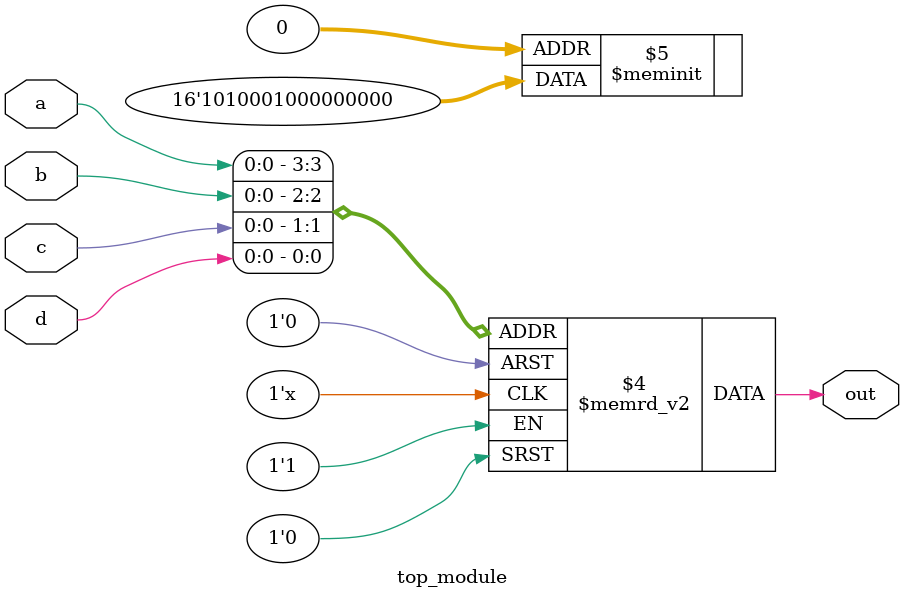
<source format=sv>
module top_module (
    input a, 
    input b,
    input c,
    input d,
    output reg out
);

    always @(*) begin
        case ({a, b, c, d})
            4'b0000: out = 0;
            4'b0001: out = 0;
            4'b0010: out = 0;
            4'b0011: out = 0;
            4'b0100: out = 0;
            4'b0101: out = 0;
            4'b0110: out = 0;
            4'b0111: out = 0;
            4'b1000: out = 0;
            4'b1001: out = 1;
            4'b1010: out = 0;
            4'b1011: out = 0;
            4'b1100: out = 0;
            4'b1101: out = 1;
            4'b1110: out = 0;
            4'b1111: out = 1;
            default: out = 0; // Default case to handle unexpected values
        endcase
    end

endmodule

</source>
